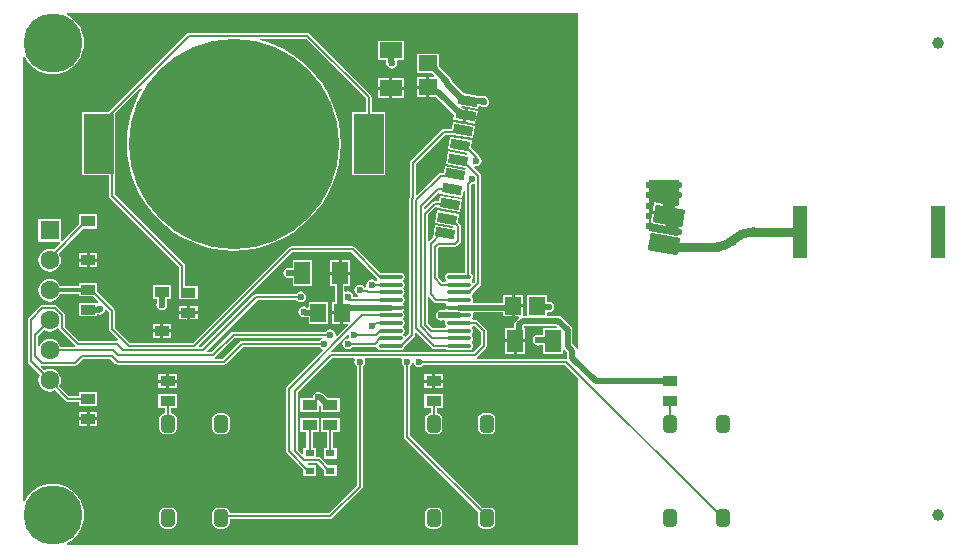
<source format=gtl>
G04*
G04 #@! TF.GenerationSoftware,Altium Limited,Altium Designer,19.0.15 (446)*
G04*
G04 Layer_Physical_Order=1*
G04 Layer_Color=255*
%FSLAX25Y25*%
%MOIN*%
G70*
G01*
G75*
%ADD13C,0.00787*%
G04:AMPARAMS|DCode=17|XSize=62.99mil|YSize=31.5mil|CornerRadius=0mil|HoleSize=0mil|Usage=FLASHONLY|Rotation=350.000|XOffset=0mil|YOffset=0mil|HoleType=Round|Shape=Rectangle|*
%AMROTATEDRECTD17*
4,1,4,-0.03375,-0.01004,-0.02828,0.02098,0.03375,0.01004,0.02828,-0.02098,-0.03375,-0.01004,0.0*
%
%ADD17ROTATEDRECTD17*%

G04:AMPARAMS|DCode=18|XSize=100mil|YSize=59.06mil|CornerRadius=0mil|HoleSize=0mil|Usage=FLASHONLY|Rotation=350.000|XOffset=0mil|YOffset=0mil|HoleType=Round|Shape=Rectangle|*
%AMROTATEDRECTD18*
4,1,4,-0.05437,-0.02040,-0.04411,0.03776,0.05437,0.02040,0.04411,-0.03776,-0.05437,-0.02040,0.0*
%
%ADD18ROTATEDRECTD18*%

%ADD19R,0.05118X0.03347*%
%ADD20R,0.05118X0.17717*%
%ADD21R,0.05315X0.07480*%
%ADD22R,0.05315X0.06102*%
%ADD23O,0.08268X0.01378*%
%ADD24R,0.07480X0.05315*%
%ADD25R,0.06102X0.05315*%
%ADD26R,0.09843X0.20079*%
%ADD27R,0.04803X0.03602*%
%ADD28R,0.03150X0.02362*%
G04:AMPARAMS|DCode=29|XSize=57mil|YSize=45mil|CornerRadius=11.25mil|HoleSize=0mil|Usage=FLASHONLY|Rotation=90.000|XOffset=0mil|YOffset=0mil|HoleType=Round|Shape=RoundedRectangle|*
%AMROUNDEDRECTD29*
21,1,0.05700,0.02250,0,0,90.0*
21,1,0.03450,0.04500,0,0,90.0*
1,1,0.02250,0.01125,0.01725*
1,1,0.02250,0.01125,-0.01725*
1,1,0.02250,-0.01125,-0.01725*
1,1,0.02250,-0.01125,0.01725*
%
%ADD29ROUNDEDRECTD29*%
%ADD49C,0.03937*%
%ADD50C,0.03150*%
%ADD51C,0.70079*%
%ADD52C,0.01968*%
%ADD53C,0.01181*%
%ADD54C,0.06299*%
%ADD55R,0.06299X0.06299*%
%ADD56C,0.03937*%
%ADD57C,0.19685*%
%ADD58C,0.02362*%
G36*
X175197Y55643D02*
X174734Y55480D01*
X174697Y55487D01*
X174364Y55985D01*
X174364Y55985D01*
X173241Y57108D01*
Y61793D01*
X173241Y61793D01*
X173119Y62407D01*
X172771Y62928D01*
X172771Y62928D01*
X169736Y65963D01*
X169215Y66311D01*
X168600Y66433D01*
X168600Y66433D01*
X164665D01*
Y67383D01*
X165052Y67701D01*
X165354Y67641D01*
X166046Y67778D01*
X166632Y68170D01*
X167023Y68756D01*
X167161Y69447D01*
X167023Y70138D01*
X166632Y70724D01*
X166046Y71116D01*
X165354Y71253D01*
X165052Y71193D01*
X164665Y71510D01*
Y73524D01*
X158169D01*
Y66433D01*
X156791D01*
Y69382D01*
X154043D01*
Y66240D01*
X155100D01*
X155307Y65740D01*
X154376Y64810D01*
X154028Y64289D01*
X153906Y63674D01*
X153906Y63674D01*
Y62402D01*
X150886D01*
Y58571D01*
X154134D01*
X157382D01*
Y62402D01*
X157117D01*
Y63009D01*
X157330Y63222D01*
X167935D01*
X168294Y62863D01*
X168102Y62402D01*
X163484D01*
Y59970D01*
X162638D01*
X162544Y60033D01*
X161852Y60170D01*
X161161Y60033D01*
X160575Y59641D01*
X160184Y59055D01*
X160046Y58364D01*
X160184Y57673D01*
X160575Y57087D01*
X161161Y56695D01*
X161852Y56558D01*
X162544Y56695D01*
X162638Y56758D01*
X163484D01*
Y53740D01*
X169980D01*
Y55185D01*
X170480Y55337D01*
X170500Y55308D01*
X171623Y54185D01*
Y52622D01*
X171352Y52296D01*
X171167Y52185D01*
X141582D01*
X141434Y52486D01*
X141407Y52685D01*
X144410Y55688D01*
X144628Y56014D01*
X144704Y56398D01*
Y61516D01*
X144628Y61900D01*
X144410Y62225D01*
X141851Y64784D01*
X141526Y65002D01*
X141142Y65078D01*
X140190D01*
X140039Y65243D01*
X139840Y65711D01*
X140123Y66135D01*
X140222Y66634D01*
X140132Y67087D01*
X140143Y67165D01*
X140420Y67587D01*
X150295D01*
Y66240D01*
X153043D01*
Y69882D01*
Y73524D01*
X150295D01*
Y70799D01*
X140420D01*
X140144Y71221D01*
X140132Y71299D01*
X140222Y71752D01*
X140123Y72251D01*
X139840Y72674D01*
X139755Y72731D01*
Y73332D01*
X139840Y73388D01*
X140123Y73812D01*
X140193Y74168D01*
X142639Y76613D01*
X142856Y76939D01*
X142933Y77323D01*
Y113102D01*
X142856Y113486D01*
X142639Y113811D01*
X140503Y115947D01*
X140750Y116408D01*
X141271Y116304D01*
X141962Y116441D01*
X142548Y116833D01*
X142940Y117419D01*
X143077Y118110D01*
X142940Y118801D01*
X142548Y119387D01*
X142222Y119605D01*
X142198Y119727D01*
X141981Y120053D01*
X139530Y122503D01*
X139957Y124923D01*
X132590Y126222D01*
X131838Y121957D01*
X138179Y120838D01*
X138294Y120646D01*
X137983Y120193D01*
X131722Y121297D01*
X130970Y117033D01*
X137564Y115870D01*
X137679Y115677D01*
X137368Y115225D01*
X130854Y116373D01*
X130432Y113985D01*
X129320D01*
X128936Y113908D01*
X128610Y113691D01*
X121544Y106625D01*
X121082Y106816D01*
Y117104D01*
X130728Y126750D01*
X133448D01*
X140073Y125582D01*
X140825Y129847D01*
X133458Y131146D01*
X133037Y128757D01*
X130312D01*
X129928Y128680D01*
X129603Y128463D01*
X119369Y118229D01*
X119152Y117904D01*
X119075Y117520D01*
Y106056D01*
X118955Y105876D01*
X118878Y105492D01*
Y60612D01*
X117753Y59487D01*
X117178Y59620D01*
X117005Y59879D01*
X116921Y59935D01*
Y60537D01*
X117005Y60593D01*
X117288Y61016D01*
X117387Y61516D01*
X117288Y62015D01*
X117005Y62438D01*
X116921Y62495D01*
Y63096D01*
X117005Y63152D01*
X117288Y63576D01*
X117387Y64075D01*
X117288Y64574D01*
X117005Y64997D01*
X116921Y65054D01*
Y65655D01*
X117005Y65711D01*
X117288Y66135D01*
X117387Y66634D01*
X117288Y67133D01*
X117005Y67556D01*
X116921Y67613D01*
Y68214D01*
X117005Y68270D01*
X117287Y68693D01*
X112638D01*
Y69693D01*
X117287D01*
X117005Y70115D01*
X116921Y70172D01*
Y70773D01*
X117005Y70829D01*
X117288Y71253D01*
X117387Y71752D01*
X117288Y72251D01*
X117005Y72674D01*
X116921Y72731D01*
Y73332D01*
X117005Y73388D01*
X117288Y73812D01*
X117387Y74311D01*
X117288Y74810D01*
X117005Y75234D01*
X116921Y75290D01*
Y75891D01*
X117005Y75948D01*
X117288Y76371D01*
X117387Y76870D01*
X117288Y77369D01*
X117005Y77793D01*
X116921Y77849D01*
Y78450D01*
X117005Y78507D01*
X117288Y78930D01*
X117387Y79429D01*
X117288Y79928D01*
X117005Y80352D01*
X116582Y80634D01*
X116083Y80734D01*
X109308D01*
X100749Y89292D01*
X100423Y89510D01*
X100039Y89586D01*
X79535D01*
X79151Y89510D01*
X78825Y89292D01*
X46875Y57342D01*
X25729D01*
X20689Y62382D01*
Y68209D01*
X20612Y68593D01*
X20395Y68918D01*
X14961Y74352D01*
Y77461D01*
X8661D01*
Y76283D01*
X2516D01*
X2283Y76847D01*
X1683Y77628D01*
X902Y78228D01*
X-8Y78605D01*
X-984Y78733D01*
X-1961Y78605D01*
X-2871Y78228D01*
X-3652Y77628D01*
X-4251Y76847D01*
X-4628Y75937D01*
X-4757Y74961D01*
X-4628Y73984D01*
X-4251Y73074D01*
X-3652Y72293D01*
X-2871Y71694D01*
X-1961Y71317D01*
X-984Y71188D01*
X-8Y71317D01*
X902Y71694D01*
X1683Y72293D01*
X2283Y73074D01*
X2614Y73874D01*
X8661D01*
Y72933D01*
X13541D01*
X15251Y71223D01*
X15036Y70732D01*
X15023Y70727D01*
X14961Y70768D01*
Y70768D01*
X8661D01*
Y66240D01*
X14961D01*
Y66898D01*
X15559D01*
X15559Y66898D01*
X15624Y66911D01*
X15748Y66887D01*
X16439Y67024D01*
X17025Y67416D01*
X17417Y68002D01*
X17475Y68293D01*
X18017Y68457D01*
X18681Y67793D01*
Y61967D01*
X18758Y61582D01*
X18975Y61257D01*
X21666Y58566D01*
X21547Y58234D01*
X21435Y58090D01*
X8782D01*
X4153Y62719D01*
Y66673D01*
X4077Y67057D01*
X3859Y67383D01*
X1438Y69804D01*
X1112Y70022D01*
X728Y70098D01*
X-3386D01*
X-3770Y70022D01*
X-4095Y69804D01*
X-7993Y65906D01*
X-8211Y65581D01*
X-8287Y65197D01*
Y51260D01*
X-8211Y50876D01*
X-7993Y50550D01*
X-4262Y46820D01*
X-4628Y45937D01*
X-4757Y44961D01*
X-4628Y43984D01*
X-4251Y43074D01*
X-3652Y42293D01*
X-2871Y41694D01*
X-1961Y41317D01*
X-984Y41188D01*
X-8Y41317D01*
X875Y41682D01*
X4487Y38070D01*
X4813Y37852D01*
X5197Y37776D01*
X8661D01*
Y36516D01*
X14961D01*
Y41043D01*
X8661D01*
Y39783D01*
X5613D01*
X2294Y43102D01*
X2660Y43984D01*
X2788Y44961D01*
X2660Y45937D01*
X2283Y46847D01*
X1683Y47628D01*
X902Y48228D01*
X-8Y48605D01*
X-984Y48733D01*
X-1961Y48605D01*
X-2843Y48239D01*
X-4001Y49397D01*
X-4000Y49400D01*
X-3755Y49858D01*
X-3583Y49823D01*
X7333D01*
X7717Y49900D01*
X8042Y50117D01*
X10071Y52146D01*
X19269D01*
X20944Y50472D01*
X21270Y50254D01*
X21654Y50178D01*
X57087D01*
X57471Y50254D01*
X57796Y50472D01*
X63408Y56083D01*
X89091D01*
X89274Y55809D01*
X89835Y55434D01*
X89897Y55373D01*
X90008Y54900D01*
X78031Y42923D01*
X77813Y42597D01*
X77737Y42213D01*
Y21358D01*
X77813Y20974D01*
X78031Y20649D01*
X83465Y15215D01*
Y13091D01*
X87795D01*
Y16634D01*
X85131D01*
X85008Y16799D01*
X85259Y17299D01*
X88270D01*
X90354Y15215D01*
Y13091D01*
X94685D01*
Y16634D01*
X91773D01*
X89396Y19012D01*
X89070Y19229D01*
X88686Y19306D01*
X87795D01*
Y22343D01*
X86633D01*
Y27854D01*
X88779D01*
Y32382D01*
X82480D01*
Y27854D01*
X84626D01*
Y22343D01*
X83465D01*
Y20655D01*
X83003Y20464D01*
X81712Y21754D01*
Y40923D01*
X93132Y52343D01*
X100432D01*
X100688Y51930D01*
X100688Y51843D01*
X100556Y51181D01*
X100693Y50490D01*
X101085Y49904D01*
X101359Y49721D01*
Y9874D01*
X92104Y619D01*
X58977D01*
Y741D01*
X58843Y1410D01*
X58464Y1978D01*
X57897Y2357D01*
X57227Y2490D01*
X54977D01*
X54308Y2357D01*
X53741Y1978D01*
X53361Y1410D01*
X53228Y741D01*
Y-2709D01*
X53361Y-3379D01*
X53741Y-3946D01*
X54308Y-4325D01*
X54977Y-4458D01*
X57227D01*
X57897Y-4325D01*
X58464Y-3946D01*
X58843Y-3379D01*
X58977Y-2709D01*
Y-1388D01*
X92520D01*
X92904Y-1311D01*
X93229Y-1094D01*
X103072Y8749D01*
X103289Y9074D01*
X103366Y9458D01*
Y49721D01*
X103639Y49904D01*
X104031Y50490D01*
X104169Y51181D01*
X104037Y51843D01*
X104036Y51930D01*
X104293Y52343D01*
X116180D01*
X116436Y51930D01*
X116436Y51843D01*
X116304Y51181D01*
X116441Y50490D01*
X116833Y49904D01*
X117107Y49721D01*
Y26191D01*
X117183Y25806D01*
X117401Y25481D01*
X141866Y1016D01*
X141811Y741D01*
Y-2709D01*
X141944Y-3379D01*
X142323Y-3946D01*
X142891Y-4325D01*
X143560Y-4458D01*
X145810D01*
X146479Y-4325D01*
X147047Y-3946D01*
X147426Y-3379D01*
X147559Y-2709D01*
Y741D01*
X147426Y1410D01*
X147047Y1978D01*
X146479Y2357D01*
X145810Y2490D01*
X143560D01*
X143285Y2435D01*
X119114Y26606D01*
Y49721D01*
X119387Y49904D01*
X119779Y50490D01*
X119824Y50715D01*
X120334D01*
X120378Y50490D01*
X120770Y49904D01*
X121356Y49512D01*
X122047Y49375D01*
X122739Y49512D01*
X123325Y49904D01*
X123507Y50178D01*
X170844D01*
X175197Y45825D01*
Y-9843D01*
X4783D01*
X4685Y-9352D01*
X4751Y-9325D01*
X6151Y-8467D01*
X7400Y-7400D01*
X8467Y-6151D01*
X9325Y-4751D01*
X9953Y-3234D01*
X10336Y-1637D01*
X10465Y0D01*
X10336Y1637D01*
X9953Y3234D01*
X9325Y4751D01*
X8467Y6151D01*
X7400Y7400D01*
X6151Y8467D01*
X4751Y9325D01*
X3234Y9953D01*
X1637Y10336D01*
X0Y10465D01*
X-1637Y10336D01*
X-3234Y9953D01*
X-4751Y9325D01*
X-6151Y8467D01*
X-7400Y7400D01*
X-8467Y6151D01*
X-9325Y4751D01*
X-9352Y4685D01*
X-9843Y4783D01*
Y152698D01*
X-9352Y152795D01*
X-9325Y152729D01*
X-8467Y151329D01*
X-7400Y150080D01*
X-6151Y149014D01*
X-4751Y148156D01*
X-3234Y147527D01*
X-1637Y147144D01*
X0Y147015D01*
X1637Y147144D01*
X3234Y147527D01*
X4751Y148156D01*
X6151Y149014D01*
X7400Y150080D01*
X8467Y151329D01*
X9325Y152729D01*
X9953Y154246D01*
X10336Y155843D01*
X10465Y157480D01*
X10336Y159117D01*
X9953Y160714D01*
X9325Y162232D01*
X8467Y163632D01*
X7400Y164880D01*
X6151Y165947D01*
X4751Y166805D01*
X4685Y166832D01*
X4783Y167323D01*
X175197D01*
Y55643D01*
D02*
G37*
G36*
X137520Y108224D02*
Y80734D01*
X132027D01*
X131528Y80634D01*
X131105Y80352D01*
X130822Y79928D01*
X130723Y79429D01*
X130822Y78930D01*
X131105Y78507D01*
X130905Y78039D01*
X130755Y77874D01*
X129826D01*
X128366Y79334D01*
Y89084D01*
X128830Y89548D01*
X134161D01*
X134545Y89624D01*
X134871Y89842D01*
X135757Y90728D01*
X135975Y91054D01*
X136051Y91438D01*
Y96289D01*
X135975Y96673D01*
X135757Y96999D01*
X135142Y97614D01*
X135616Y100302D01*
X128249Y101601D01*
X127497Y97336D01*
X133454Y96286D01*
X133569Y96094D01*
X133258Y95641D01*
X127381Y96677D01*
X126654Y92558D01*
X125519Y91423D01*
X125019Y91630D01*
Y99978D01*
X127625Y102584D01*
X127972Y102572D01*
X128365Y102260D01*
X128365Y102260D01*
X135732Y100961D01*
X136484Y105226D01*
X129117Y106525D01*
X128804Y104747D01*
X127365D01*
X126981Y104671D01*
X126656Y104453D01*
X124156Y101953D01*
X123700Y102135D01*
X123658Y102554D01*
X128522Y107418D01*
X128783Y107408D01*
X129233Y107184D01*
X129233Y107184D01*
X136600Y105886D01*
X137020Y108268D01*
X137520Y108224D01*
D02*
G37*
G36*
X208661Y103323D02*
X208278Y103001D01*
X206611Y103295D01*
X205996Y99806D01*
X205381Y96316D01*
X208661Y95738D01*
X208661Y93368D01*
X208278Y93047D01*
X198911Y94699D01*
X198911Y94699D01*
X198874Y95159D01*
X198874Y111779D01*
X208661D01*
X208661Y103323D01*
D02*
G37*
G36*
X107917Y79286D02*
X107988Y78930D01*
X108270Y78507D01*
X108093Y78091D01*
X107577Y78049D01*
X106991Y78440D01*
X106299Y78578D01*
X105608Y78440D01*
X105022Y78049D01*
X104630Y77463D01*
X104493Y76772D01*
X104586Y76303D01*
X104261Y75860D01*
X103885Y75870D01*
X103639Y76238D01*
X103053Y76630D01*
X102362Y76767D01*
X101671Y76630D01*
X101085Y76238D01*
X100693Y75652D01*
X100556Y74961D01*
X100693Y74269D01*
X101085Y73683D01*
X101671Y73292D01*
X101853Y73255D01*
X101804Y72755D01*
X100296D01*
X100232Y72835D01*
X100094Y73526D01*
X99703Y74112D01*
X99116Y74503D01*
X98425Y74641D01*
X97775Y74512D01*
X97655Y74524D01*
X97275Y74727D01*
Y76378D01*
X99114D01*
Y80209D01*
X95866D01*
X92618D01*
Y76378D01*
X94064D01*
Y71161D01*
X93209D01*
Y68020D01*
X96457D01*
Y67520D01*
X96957D01*
Y63878D01*
X98332D01*
X98524Y63416D01*
X94719Y59612D01*
X94259Y59858D01*
X94326Y60197D01*
X94188Y60888D01*
X93797Y61474D01*
X93211Y61866D01*
X92520Y62003D01*
X91828Y61866D01*
X91242Y61474D01*
X91059Y61200D01*
X60299D01*
X59915Y61124D01*
X59589Y60906D01*
X53033Y54350D01*
X51501D01*
X51310Y54812D01*
X68329Y71831D01*
X81217D01*
X81400Y71557D01*
X81986Y71166D01*
X82677Y71028D01*
X83368Y71166D01*
X83955Y71557D01*
X84346Y72143D01*
X84483Y72835D01*
X84346Y73526D01*
X83955Y74112D01*
X83368Y74503D01*
X82677Y74641D01*
X81986Y74503D01*
X81400Y74112D01*
X81217Y73838D01*
X67913D01*
X67529Y73762D01*
X67204Y73544D01*
X49624Y55964D01*
X48989D01*
X48797Y56426D01*
X79950Y87579D01*
X99624D01*
X107917Y79286D01*
D02*
G37*
G36*
X140926Y110274D02*
Y77738D01*
X140587Y77400D01*
X140013Y77533D01*
X139840Y77793D01*
X139755Y77849D01*
Y78450D01*
X139840Y78507D01*
X140123Y78930D01*
X140222Y79429D01*
X140123Y79928D01*
X139840Y80352D01*
X139527Y80560D01*
Y110123D01*
X139812Y110408D01*
X140426Y110530D01*
X140513Y110531D01*
X140926Y110274D01*
D02*
G37*
G36*
X127243Y71042D02*
X127569Y70825D01*
X127953Y70748D01*
X130755D01*
X130905Y70583D01*
X131105Y70115D01*
X130823Y69693D01*
X135472D01*
Y68693D01*
X130806D01*
X130801Y68662D01*
X130732Y68557D01*
X130294Y68303D01*
X129603Y68440D01*
X128911Y68303D01*
X128325Y67911D01*
X127934Y67325D01*
X127796Y66634D01*
X127934Y65943D01*
X128325Y65357D01*
X128911Y64965D01*
X129603Y64828D01*
X130294Y64965D01*
X130732Y64711D01*
X130801Y64606D01*
X130813Y64528D01*
X130723Y64075D01*
X130822Y63576D01*
X131105Y63152D01*
X130905Y62684D01*
X130755Y62519D01*
X126400D01*
X125019Y63900D01*
Y72559D01*
X125519Y72766D01*
X127243Y71042D01*
D02*
G37*
G36*
X1744Y62272D02*
X2182Y62122D01*
X2222Y61919D01*
X2440Y61594D01*
X7569Y56464D01*
X7486Y56125D01*
X7377Y55964D01*
X2648D01*
X2283Y56847D01*
X1683Y57628D01*
X902Y58228D01*
X-8Y58605D01*
X-984Y58733D01*
X-1961Y58605D01*
X-2871Y58228D01*
X-3652Y57628D01*
X-4251Y56847D01*
X-4402Y56483D01*
X-4902Y56582D01*
Y59624D01*
X-2843Y61682D01*
X-1961Y61317D01*
X-984Y61188D01*
X-8Y61317D01*
X902Y61694D01*
X1658Y62274D01*
X1713Y62277D01*
X1744Y62272D01*
D02*
G37*
G36*
X142697Y61100D02*
Y56813D01*
X140234Y54350D01*
X93003D01*
X92796Y54850D01*
X98110Y60164D01*
X98631Y59978D01*
X98725Y59506D01*
X98850Y59318D01*
X98549Y58868D01*
X98425Y58893D01*
X97734Y58755D01*
X97148Y58364D01*
X96756Y57778D01*
X96619Y57087D01*
X96756Y56395D01*
X97148Y55809D01*
X97734Y55418D01*
X98425Y55280D01*
X99116Y55418D01*
X99703Y55809D01*
X99885Y56083D01*
X107323D01*
X107707Y56160D01*
X108058Y55793D01*
X108270Y55475D01*
X108694Y55192D01*
X109193Y55093D01*
X116083D01*
X116582Y55192D01*
X117005Y55475D01*
X117288Y55898D01*
X117359Y56255D01*
X120591Y59487D01*
X120809Y59813D01*
X120885Y60197D01*
Y60645D01*
X121347Y60836D01*
X126495Y55688D01*
X126821Y55471D01*
X127205Y55394D01*
X131226D01*
X131528Y55192D01*
X132027Y55093D01*
X138917D01*
X139417Y55192D01*
X139840Y55475D01*
X140123Y55898D01*
X140222Y56398D01*
X140123Y56897D01*
X139840Y57320D01*
X139755Y57376D01*
Y57978D01*
X139840Y58034D01*
X140123Y58457D01*
X140222Y58957D01*
X140123Y59456D01*
X139840Y59879D01*
X139755Y59935D01*
Y60537D01*
X139840Y60593D01*
X140123Y61016D01*
X140222Y61516D01*
X140123Y62015D01*
X139840Y62438D01*
X140039Y62906D01*
X140190Y63071D01*
X140726D01*
X142697Y61100D01*
D02*
G37*
G36*
X89699Y59156D02*
X89767Y58693D01*
X89274Y58364D01*
X89091Y58090D01*
X62992D01*
X62608Y58014D01*
X62283Y57796D01*
X56671Y52185D01*
X54381D01*
X54233Y52486D01*
X54206Y52685D01*
X60714Y59193D01*
X89684D01*
X89699Y59156D01*
D02*
G37*
%LPC*%
G36*
X116969Y158169D02*
X108307D01*
Y151673D01*
X111032D01*
Y151091D01*
X111032Y151091D01*
X111154Y150476D01*
X111439Y150050D01*
X111469Y149899D01*
X111861Y149313D01*
X112446Y148922D01*
X113138Y148784D01*
X113829Y148922D01*
X114415Y149313D01*
X114807Y149899D01*
X114944Y150591D01*
X114828Y151173D01*
X115101Y151673D01*
X116969D01*
Y158169D01*
D02*
G37*
G36*
X124500Y145965D02*
X121358D01*
Y143217D01*
X124500D01*
Y145965D01*
D02*
G37*
G36*
X116969Y145571D02*
X113138D01*
Y142823D01*
X116969D01*
Y145571D01*
D02*
G37*
G36*
X112138D02*
X108307D01*
Y142823D01*
X112138D01*
Y145571D01*
D02*
G37*
G36*
X124500Y142217D02*
X121358D01*
Y139469D01*
X124500D01*
Y142217D01*
D02*
G37*
G36*
X116969Y141823D02*
X113138D01*
Y139075D01*
X116969D01*
Y141823D01*
D02*
G37*
G36*
X112138D02*
X108307D01*
Y139075D01*
X112138D01*
Y141823D01*
D02*
G37*
G36*
X128642Y153839D02*
X121358D01*
Y147343D01*
X126371D01*
X127287Y146426D01*
X127096Y145965D01*
X125500D01*
Y142717D01*
Y139469D01*
X126518D01*
X126673Y139438D01*
X127936D01*
X133873Y133500D01*
X133574Y131805D01*
X136766Y131242D01*
X137142Y133374D01*
X137517Y135507D01*
X136335Y135715D01*
X136215Y135908D01*
X136522Y136362D01*
X141809Y135430D01*
X141964Y136306D01*
X142166Y136399D01*
X142500Y136467D01*
X143009Y136126D01*
X143701Y135989D01*
X144392Y136126D01*
X144978Y136518D01*
X145370Y137104D01*
X145507Y137795D01*
X145370Y138487D01*
X145202Y138738D01*
X145184Y138826D01*
X144836Y139347D01*
X144315Y139695D01*
X143701Y139817D01*
X141866D01*
X137039Y140668D01*
X133166Y144542D01*
X133072Y145010D01*
X132724Y145531D01*
X128642Y149613D01*
Y153839D01*
D02*
G37*
G36*
X138502Y135333D02*
X138213Y133693D01*
X141404Y133131D01*
X141693Y134771D01*
X138502Y135333D01*
D02*
G37*
G36*
X138040Y132708D02*
X137750Y131068D01*
X140941Y130506D01*
X141230Y132146D01*
X138040Y132708D01*
D02*
G37*
G36*
X84901Y160885D02*
X45393D01*
X45009Y160809D01*
X44684Y160591D01*
X18581Y134488D01*
X9803D01*
Y113228D01*
X18839D01*
Y106486D01*
X18915Y106102D01*
X19133Y105777D01*
X42107Y82803D01*
Y75492D01*
X42126Y75395D01*
Y71949D01*
X48425D01*
Y76476D01*
X44114D01*
Y83218D01*
X44037Y83602D01*
X43820Y83928D01*
X20846Y106902D01*
Y119331D01*
X20827Y119428D01*
Y133896D01*
X29268Y142337D01*
X29665Y142027D01*
X28854Y140674D01*
X27358Y137510D01*
X26178Y134214D01*
X25328Y130818D01*
X24814Y127355D01*
X24642Y123858D01*
X24814Y120362D01*
X25328Y116899D01*
X26178Y113503D01*
X27358Y110207D01*
X28854Y107042D01*
X30654Y104040D01*
X32739Y101228D01*
X35090Y98634D01*
X37684Y96283D01*
X40496Y94197D01*
X43499Y92398D01*
X46663Y90901D01*
X49960Y89721D01*
X53355Y88871D01*
X56818Y88357D01*
X60315Y88185D01*
X63811Y88357D01*
X67274Y88871D01*
X70670Y89721D01*
X73966Y90901D01*
X77131Y92398D01*
X80134Y94197D01*
X82946Y96283D01*
X85540Y98634D01*
X87890Y101228D01*
X89976Y104040D01*
X91776Y107042D01*
X93272Y110207D01*
X94452Y113503D01*
X95302Y116899D01*
X95816Y120362D01*
X95988Y123858D01*
X95816Y127355D01*
X95302Y130818D01*
X94452Y134214D01*
X93272Y137510D01*
X91776Y140674D01*
X89976Y143677D01*
X87890Y146489D01*
X85540Y149083D01*
X82946Y151434D01*
X80134Y153519D01*
X77131Y155319D01*
X73966Y156816D01*
X70670Y157995D01*
X69140Y158378D01*
X69202Y158878D01*
X84486D01*
X104311Y139053D01*
Y134488D01*
X99803D01*
Y113228D01*
X110827D01*
Y134488D01*
X106318D01*
Y139468D01*
X106242Y139852D01*
X106025Y140178D01*
X85611Y160591D01*
X85285Y160809D01*
X84901Y160885D01*
D02*
G37*
G36*
X14803Y100285D02*
X8819D01*
Y96921D01*
X3256Y91358D01*
X2756Y91565D01*
Y98701D01*
X-4724D01*
Y91220D01*
X2411D01*
X2618Y90720D01*
X353Y88455D01*
X-8Y88604D01*
X-984Y88733D01*
X-1961Y88604D01*
X-2871Y88228D01*
X-3652Y87628D01*
X-4251Y86847D01*
X-4628Y85937D01*
X-4757Y84961D01*
X-4628Y83984D01*
X-4251Y83074D01*
X-3652Y82293D01*
X-2871Y81694D01*
X-1961Y81317D01*
X-984Y81188D01*
X-8Y81317D01*
X902Y81694D01*
X1683Y82293D01*
X2283Y83074D01*
X2660Y83984D01*
X2788Y84961D01*
X2660Y85937D01*
X2283Y86847D01*
X1979Y87243D01*
X10238Y95502D01*
X14803D01*
Y100285D01*
D02*
G37*
G36*
Y87392D02*
X12311D01*
Y85500D01*
X14803D01*
Y87392D01*
D02*
G37*
G36*
X11311D02*
X8819D01*
Y85500D01*
X11311D01*
Y87392D01*
D02*
G37*
G36*
X14803Y84500D02*
X12311D01*
Y82608D01*
X14803D01*
Y84500D01*
D02*
G37*
G36*
X11311D02*
X8819D01*
Y82608D01*
X11311D01*
Y84500D01*
D02*
G37*
G36*
X156791Y73524D02*
X154043D01*
Y70382D01*
X156791D01*
Y73524D01*
D02*
G37*
G36*
X39409Y76752D02*
X33425D01*
Y71969D01*
X34812D01*
Y70884D01*
X34749Y70789D01*
X34611Y70098D01*
X34749Y69407D01*
X35140Y68821D01*
X35726Y68429D01*
X36417Y68292D01*
X37109Y68429D01*
X37695Y68821D01*
X38086Y69407D01*
X38224Y70098D01*
X38086Y70789D01*
X38023Y70884D01*
Y71969D01*
X39409D01*
Y76752D01*
D02*
G37*
G36*
X48425Y69784D02*
X45776D01*
Y68020D01*
X48425D01*
Y69784D01*
D02*
G37*
G36*
X44776D02*
X42126D01*
Y68020D01*
X44776D01*
Y69784D01*
D02*
G37*
G36*
X48425Y67020D02*
X45776D01*
Y65256D01*
X48425D01*
Y67020D01*
D02*
G37*
G36*
X44776D02*
X42126D01*
Y65256D01*
X44431D01*
X44587Y65225D01*
X44742Y65256D01*
X44776D01*
Y67020D01*
D02*
G37*
G36*
X39409Y63858D02*
X36917D01*
Y61967D01*
X39409D01*
Y63858D01*
D02*
G37*
G36*
X35917D02*
X33425D01*
Y61967D01*
X35917D01*
Y63858D01*
D02*
G37*
G36*
X39409Y60966D02*
X36917D01*
Y59075D01*
X39409D01*
Y60966D01*
D02*
G37*
G36*
X35917D02*
X33425D01*
Y59075D01*
X35917D01*
Y60966D01*
D02*
G37*
G36*
X157382Y57571D02*
X154634D01*
Y53740D01*
X157382D01*
Y57571D01*
D02*
G37*
G36*
X153634D02*
X150886D01*
Y53740D01*
X153634D01*
Y57571D01*
D02*
G37*
G36*
X41535Y46949D02*
X38886D01*
Y45185D01*
X41535D01*
Y46949D01*
D02*
G37*
G36*
X130157D02*
X127508D01*
Y45185D01*
X130157D01*
Y46949D01*
D02*
G37*
G36*
X126508D02*
X123858D01*
Y45185D01*
X126508D01*
Y46949D01*
D02*
G37*
G36*
X37886D02*
X35236D01*
Y45185D01*
X37886D01*
Y46949D01*
D02*
G37*
G36*
X130157Y44185D02*
X127508D01*
Y42421D01*
X130157D01*
Y44185D01*
D02*
G37*
G36*
X126508D02*
X123858D01*
Y42421D01*
X126508D01*
Y44185D01*
D02*
G37*
G36*
X41535D02*
X38886D01*
Y42421D01*
X41535D01*
Y44185D01*
D02*
G37*
G36*
X37886D02*
X35236D01*
Y42421D01*
X37886D01*
Y44185D01*
D02*
G37*
G36*
X88583Y41176D02*
X87891Y41039D01*
X87305Y40647D01*
X86914Y40061D01*
X86776Y39370D01*
X86534Y39075D01*
X82480D01*
Y34547D01*
X88779D01*
Y36238D01*
X89280Y36505D01*
X89370Y36445D01*
Y34547D01*
X95669D01*
Y39075D01*
X91641D01*
X90285Y40430D01*
X89765Y40778D01*
X89622Y40807D01*
X89274Y41039D01*
X88583Y41176D01*
D02*
G37*
G36*
X14961Y34350D02*
X12311D01*
Y32587D01*
X14961D01*
Y34350D01*
D02*
G37*
G36*
X11311D02*
X8661D01*
Y32587D01*
X11311D01*
Y34350D01*
D02*
G37*
G36*
X14961Y31587D02*
X12311D01*
Y29823D01*
X14961D01*
Y31587D01*
D02*
G37*
G36*
X11311D02*
X8661D01*
Y29823D01*
X11311D01*
Y31587D01*
D02*
G37*
G36*
X145810Y34025D02*
X143560D01*
X142891Y33892D01*
X142323Y33513D01*
X141944Y32946D01*
X141811Y32276D01*
Y28826D01*
X141944Y28157D01*
X142323Y27589D01*
X142891Y27210D01*
X143560Y27077D01*
X145810D01*
X146479Y27210D01*
X147047Y27589D01*
X147426Y28157D01*
X147559Y28826D01*
Y32276D01*
X147426Y32946D01*
X147047Y33513D01*
X146479Y33892D01*
X145810Y34025D01*
D02*
G37*
G36*
X130157Y40256D02*
X123858D01*
Y35728D01*
X126004D01*
Y34025D01*
X125883D01*
X125214Y33892D01*
X124646Y33513D01*
X124267Y32946D01*
X124134Y32276D01*
Y28826D01*
X124267Y28157D01*
X124646Y27589D01*
X125214Y27210D01*
X125883Y27077D01*
X128133D01*
X128802Y27210D01*
X129370Y27589D01*
X129749Y28157D01*
X129882Y28826D01*
Y32276D01*
X129749Y32946D01*
X129370Y33513D01*
X128802Y33892D01*
X128133Y34025D01*
X128011D01*
Y35728D01*
X130157D01*
Y40256D01*
D02*
G37*
G36*
X57227Y34025D02*
X54977D01*
X54308Y33892D01*
X53741Y33513D01*
X53361Y32946D01*
X53228Y32276D01*
Y28826D01*
X53361Y28157D01*
X53741Y27589D01*
X54308Y27210D01*
X54977Y27077D01*
X57227D01*
X57897Y27210D01*
X58464Y27589D01*
X58843Y28157D01*
X58977Y28826D01*
Y32276D01*
X58843Y32946D01*
X58464Y33513D01*
X57897Y33892D01*
X57227Y34025D01*
D02*
G37*
G36*
X41535Y40256D02*
X35236D01*
Y35728D01*
X37422D01*
Y34025D01*
X37300D01*
X36631Y33892D01*
X36063Y33513D01*
X35684Y32946D01*
X35551Y32276D01*
Y28826D01*
X35684Y28157D01*
X36063Y27589D01*
X36631Y27210D01*
X37300Y27077D01*
X39550D01*
X40220Y27210D01*
X40787Y27589D01*
X41166Y28157D01*
X41299Y28826D01*
Y32276D01*
X41166Y32946D01*
X40787Y33513D01*
X40220Y33892D01*
X39550Y34025D01*
X39429D01*
Y35728D01*
X41535D01*
Y40256D01*
D02*
G37*
G36*
X95669Y32382D02*
X89370D01*
Y27854D01*
X91516D01*
Y22343D01*
X90354D01*
Y18799D01*
X94685D01*
Y22343D01*
X93523D01*
Y27854D01*
X95669D01*
Y32382D01*
D02*
G37*
G36*
X128133Y2490D02*
X125883D01*
X125214Y2357D01*
X124646Y1978D01*
X124267Y1410D01*
X124134Y741D01*
Y-2709D01*
X124267Y-3379D01*
X124646Y-3946D01*
X125214Y-4325D01*
X125883Y-4458D01*
X128133D01*
X128802Y-4325D01*
X129370Y-3946D01*
X129749Y-3379D01*
X129882Y-2709D01*
Y741D01*
X129749Y1410D01*
X129370Y1978D01*
X128802Y2357D01*
X128133Y2490D01*
D02*
G37*
G36*
X39550D02*
X37300D01*
X36631Y2357D01*
X36063Y1978D01*
X35684Y1410D01*
X35551Y741D01*
Y-2709D01*
X35684Y-3379D01*
X36063Y-3946D01*
X36631Y-4325D01*
X37300Y-4458D01*
X39550D01*
X40220Y-4325D01*
X40787Y-3946D01*
X41166Y-3379D01*
X41299Y-2709D01*
Y741D01*
X41166Y1410D01*
X40787Y1978D01*
X40220Y2357D01*
X39550Y2490D01*
D02*
G37*
G36*
X200613Y104353D02*
X200085Y101356D01*
X205098Y100472D01*
X205627Y103469D01*
X200613Y104353D01*
D02*
G37*
G36*
X199911Y100371D02*
X199383Y97374D01*
X204396Y96490D01*
X204925Y99487D01*
X199911Y100371D01*
D02*
G37*
G36*
X86516Y85039D02*
X80020D01*
Y82314D01*
X79526D01*
X79431Y82377D01*
X78740Y82515D01*
X78049Y82377D01*
X77463Y81986D01*
X77071Y81400D01*
X76934Y80709D01*
X77071Y80017D01*
X77463Y79431D01*
X78049Y79040D01*
X78740Y78902D01*
X79431Y79040D01*
X79526Y79103D01*
X80020D01*
Y76378D01*
X86516D01*
Y85039D01*
D02*
G37*
G36*
X99114D02*
X96366D01*
Y81209D01*
X99114D01*
Y85039D01*
D02*
G37*
G36*
X95366D02*
X92618D01*
Y81209D01*
X95366D01*
Y85039D01*
D02*
G37*
G36*
X91831Y71161D02*
X85335D01*
Y69332D01*
X84835Y69181D01*
X84436Y69447D01*
X83745Y69584D01*
X83054Y69447D01*
X82468Y69055D01*
X82076Y68469D01*
X81939Y67778D01*
X82076Y67087D01*
X82468Y66501D01*
X83054Y66109D01*
X83376Y66045D01*
X83389Y66036D01*
X84003Y65914D01*
X85335D01*
Y63878D01*
X91831D01*
Y71161D01*
D02*
G37*
G36*
X95957Y67020D02*
X93209D01*
Y63878D01*
X95957D01*
Y67020D01*
D02*
G37*
%LPD*%
D13*
X171260Y51181D02*
X221420Y1021D01*
X122047Y51181D02*
X171260D01*
X221420Y1021D02*
X221625D01*
X205748Y30551D02*
Y37992D01*
X-984Y84961D02*
Y85699D01*
X11211Y97894D01*
X11811D01*
X-984Y44961D02*
X5197Y38780D01*
X11811D01*
X11693Y75079D02*
X12815D01*
X79535Y88583D02*
X100039D01*
X109193Y79429D01*
X112638D01*
X47291Y56339D02*
X79535Y88583D01*
X25313Y56339D02*
X47291D01*
X50039Y54961D02*
X67913Y72835D01*
X21496Y57087D02*
X23622Y54961D01*
X67913Y72835D02*
X82677D01*
X23622Y54961D02*
X50039D01*
X19685Y61967D02*
X25313Y56339D01*
X19685Y61967D02*
Y68209D01*
X12815Y75079D02*
X19685Y68209D01*
X223425Y-984D02*
Y-780D01*
X221625Y1021D02*
X223425Y-780D01*
X105315Y123858D02*
Y139468D01*
X84901Y159882D02*
X105315Y139468D01*
X45393Y159882D02*
X84901D01*
X15315Y123858D02*
Y129803D01*
X45393Y159882D01*
X15315Y123858D02*
X19842Y119331D01*
Y106486D02*
Y119331D01*
Y106486D02*
X43110Y83218D01*
Y75492D02*
Y83218D01*
Y75492D02*
X44390Y74213D01*
X45276D01*
X38425Y30551D02*
Y37953D01*
X38386Y37992D02*
X38425Y37953D01*
X-7283Y51260D02*
Y65197D01*
Y51260D02*
X-984Y44961D01*
X-7283Y65197D02*
X-3386Y69095D01*
X728D01*
X3150Y66673D01*
Y62303D02*
Y66673D01*
Y62303D02*
X8366Y57087D01*
X21496D01*
X98887Y71752D02*
Y71947D01*
X98425Y72408D02*
X98887Y71947D01*
X98425Y72408D02*
Y72835D01*
X98887Y71752D02*
X112638D01*
X78740Y42213D02*
X103161Y66634D01*
X100394Y60197D02*
X107867D01*
X92716Y53347D02*
X136766D01*
X80709Y41339D02*
X92716Y53347D01*
X78740Y21358D02*
Y42213D01*
X107867Y60197D02*
X109186Y61516D01*
X112638D01*
X80709Y21339D02*
Y41339D01*
X103161Y66634D02*
X112638D01*
X98425Y57087D02*
X107323D01*
X136766Y53347D02*
X140650D01*
X107323Y57087D02*
X109193Y58957D01*
X60299Y60197D02*
X92520D01*
X53448Y53347D02*
X60299Y60197D01*
X-5906Y53150D02*
Y60039D01*
X-984Y64961D01*
X-5906Y53150D02*
X-3583Y50827D01*
X7333D01*
X9656Y53150D01*
X19685D01*
X21654Y51181D01*
X57087D01*
X62992Y57087D01*
X90551D01*
X109193Y58957D02*
X112638D01*
X20039Y54961D02*
X21654Y53347D01*
X-984Y54961D02*
X20039D01*
X21654Y53347D02*
X53448D01*
X106299Y62992D02*
X106725D01*
X107695Y63962D01*
X112525D01*
X112638Y64075D01*
X141142D02*
X143701Y61516D01*
X135472Y64075D02*
X141142D01*
X143701Y56398D02*
Y61516D01*
X140650Y53347D02*
X143701Y56398D01*
X80709Y21339D02*
X83745Y18302D01*
X88686D01*
X92126Y14862D01*
X92520D01*
X78740Y21358D02*
X85236Y14862D01*
X85630D01*
X92520Y-384D02*
X102362Y9458D01*
X56702Y-384D02*
X92520D01*
X102362Y9458D02*
Y51181D01*
X56102Y-984D02*
X56702Y-384D01*
X92520Y20571D02*
Y30118D01*
X85630Y20571D02*
Y30118D01*
X104665Y74659D02*
X104964Y74360D01*
X102664Y74659D02*
X104665D01*
X102362Y74961D02*
X102664Y74659D01*
X104964Y74360D02*
X112589D01*
X112638Y74311D01*
X118110Y26191D02*
X144685Y-384D01*
Y-984D02*
Y-384D01*
X118110Y26191D02*
Y51181D01*
X106299Y76772D02*
X106398Y76870D01*
X112638D01*
X127008Y30551D02*
Y37992D01*
X116083Y56398D02*
X119882Y60197D01*
X112638Y56398D02*
X116083D01*
X119882Y60197D02*
Y105492D01*
X120079Y105689D01*
Y117520D01*
X130312Y127753D01*
X136155D01*
X136766Y128364D01*
X135897Y123440D02*
X137175D01*
X139764Y111779D02*
Y112205D01*
X138524Y110538D02*
X139764Y111779D01*
X138524Y79702D02*
Y110538D01*
X138251Y79429D02*
X138524Y79702D01*
X135472Y79429D02*
X138251D01*
X135472Y74311D02*
X138917D01*
X141929Y77323D01*
Y113102D01*
X136515Y118516D02*
X141929Y113102D01*
X135029Y118516D02*
X136515D01*
X141271Y118110D02*
Y119343D01*
X137175Y123440D02*
X141271Y119343D01*
X121260Y62343D02*
X127205Y56398D01*
X135472D01*
X121260Y62343D02*
Y104921D01*
X129320Y112981D01*
X133551D01*
X134161Y113592D01*
X128352Y108667D02*
X133293D01*
X122638Y102953D02*
X128352Y108667D01*
X122638Y62914D02*
Y102953D01*
X126595Y58957D02*
X135472D01*
X122638Y62914D02*
X126595Y58957D01*
X125984Y61516D02*
X135472D01*
X124016Y63484D02*
X125984Y61516D01*
X124016Y63484D02*
Y100394D01*
X127365Y103743D01*
X132424D01*
X129411Y76870D02*
X135472D01*
X127362Y78918D02*
X129411Y76870D01*
X127362Y78918D02*
Y89499D01*
X128414Y90551D01*
X134161D01*
X135047Y91438D01*
Y96289D01*
X132517Y98819D02*
X135047Y96289D01*
X131556Y98819D02*
X132517D01*
X127953Y71752D02*
X135472D01*
X125984Y73721D02*
X127953Y71752D01*
X125984Y73721D02*
Y90469D01*
X129411Y93895D01*
X130688D01*
D17*
X138502Y138212D02*
D03*
X137634Y133288D02*
D03*
X136766Y128364D02*
D03*
X135897Y123440D02*
D03*
X135029Y118516D02*
D03*
X134161Y113592D02*
D03*
X133293Y108667D02*
D03*
X132424Y103743D02*
D03*
X131556Y98819D02*
D03*
X130688Y93895D02*
D03*
D18*
X203801Y90238D02*
D03*
X205504Y99892D02*
D03*
D19*
X11811Y38780D02*
D03*
Y32087D02*
D03*
Y75197D02*
D03*
Y68504D02*
D03*
X45276Y67520D02*
D03*
Y74213D02*
D03*
X92520Y36811D02*
D03*
Y30118D02*
D03*
X85630D02*
D03*
Y36811D02*
D03*
X38386Y37992D02*
D03*
Y44685D02*
D03*
X205748Y37992D02*
D03*
Y44685D02*
D03*
X127008Y44685D02*
D03*
Y37992D02*
D03*
D20*
X249213Y94488D02*
D03*
X295276D02*
D03*
D21*
X166732Y58071D02*
D03*
X154134D02*
D03*
X83268Y80709D02*
D03*
X95866D02*
D03*
D22*
X161417Y69882D02*
D03*
X153543D02*
D03*
X88583Y67520D02*
D03*
X96457D02*
D03*
D23*
X112638Y79429D02*
D03*
Y76870D02*
D03*
Y74311D02*
D03*
Y71752D02*
D03*
Y69193D02*
D03*
Y66634D02*
D03*
Y64075D02*
D03*
Y61516D02*
D03*
Y58957D02*
D03*
Y56398D02*
D03*
X135472Y79429D02*
D03*
Y76870D02*
D03*
Y74311D02*
D03*
Y71752D02*
D03*
Y69193D02*
D03*
Y66634D02*
D03*
Y64075D02*
D03*
Y61516D02*
D03*
Y58957D02*
D03*
Y56398D02*
D03*
D24*
X112638Y154921D02*
D03*
Y142323D02*
D03*
D25*
X125000Y150591D02*
D03*
Y142717D02*
D03*
D26*
X15315Y123858D02*
D03*
X105315D02*
D03*
D27*
X11811Y97894D02*
D03*
Y85000D02*
D03*
X36417Y61466D02*
D03*
Y74360D02*
D03*
D28*
X92520Y14862D02*
D03*
Y20571D02*
D03*
X85630Y14862D02*
D03*
Y20571D02*
D03*
D29*
X56102Y-984D02*
D03*
Y30551D02*
D03*
X38425Y-984D02*
D03*
Y30551D02*
D03*
X223425Y-984D02*
D03*
Y30551D02*
D03*
X205748Y-984D02*
D03*
Y30551D02*
D03*
X144685Y-984D02*
D03*
Y30551D02*
D03*
X127008Y-984D02*
D03*
Y30551D02*
D03*
D49*
X205504Y99444D02*
G03*
X206693Y96573I4060J0D01*
G01*
X205504Y102559D02*
G03*
X203740Y106816I-6021J0D01*
G01*
X205504Y99892D02*
Y102559D01*
Y99444D02*
Y99892D01*
X201772Y106816D02*
X203740D01*
D50*
X233571Y94488D02*
G03*
X226500Y91559I0J-10000D01*
G01*
X221698Y89499D02*
G03*
X226378Y91438I0J6618D01*
G01*
X233571Y94488D02*
X249213D01*
X226378Y91438D02*
X226500Y91559D01*
X204540Y89499D02*
X221698D01*
X203801Y90238D02*
X204540Y89499D01*
D51*
X60315Y123858D02*
D03*
D52*
X181002Y44685D02*
X205748D01*
X173228Y52458D02*
X181002Y44685D01*
X173228Y52458D02*
Y54850D01*
X171635Y56443D02*
X173228Y54850D01*
X171635Y56443D02*
Y61793D01*
X168600Y64828D02*
X171635Y61793D01*
X155512Y63674D02*
X156665Y64828D01*
X155512Y59449D02*
Y63674D01*
X154134Y58071D02*
X155512Y59449D01*
X156665Y64828D02*
X168600D01*
X161852Y58364D02*
X166439D01*
X166732Y58071D01*
X161852Y69447D02*
X165354D01*
X161417Y69882D02*
X161852Y69447D01*
X78740Y80709D02*
X83268D01*
X112638Y151091D02*
X113138Y150591D01*
X112638Y151091D02*
Y154921D01*
X95669Y80512D02*
X95866Y80709D01*
X95669Y68307D02*
Y80512D01*
Y68307D02*
X96457Y67520D01*
X129603Y66634D02*
X135472D01*
X59055Y124016D02*
X60315D01*
Y123858D02*
Y124016D01*
X137225Y138212D02*
X143701D01*
Y137795D02*
Y138212D01*
X131589Y143847D02*
X137225Y138212D01*
X125984Y149606D02*
X126378D01*
X131589Y144395D01*
Y143847D02*
Y144395D01*
X125000Y150591D02*
X125984Y149606D01*
X88583Y39263D02*
X88614Y39295D01*
X89150D01*
X91634Y36811D01*
X92520D01*
X83745Y67778D02*
X84003Y67520D01*
X88583D01*
X36417Y70098D02*
Y74360D01*
X15559Y68504D02*
X15748Y68693D01*
X11811Y68504D02*
X15559D01*
X125000Y142717D02*
X126673Y141043D01*
X128601D01*
X136356Y133288D01*
X137634D01*
X152854Y69193D02*
X153543Y69882D01*
X135472Y69193D02*
X152854D01*
X96457Y67520D02*
X98130Y69193D01*
X112638D01*
X44587Y66831D02*
X45276Y67520D01*
X36417Y61466D02*
X37018D01*
D53*
X-866Y75079D02*
X11693D01*
X-984Y74961D02*
X-866Y75079D01*
D54*
X-984Y54961D02*
D03*
Y64961D02*
D03*
X-984Y74961D02*
D03*
X-984Y84961D02*
D03*
X-984Y44961D02*
D03*
D55*
X-984Y94961D02*
D03*
D56*
X295276Y157480D02*
D03*
Y0D02*
D03*
D57*
X0Y157480D02*
D03*
Y0D02*
D03*
D58*
X208661Y94488D02*
D03*
X205011Y94961D02*
D03*
X201772Y95641D02*
D03*
X198819Y96457D02*
D03*
X198874Y99806D02*
D03*
X205011Y106816D02*
D03*
Y110123D02*
D03*
X201772Y106816D02*
D03*
X198874Y102953D02*
D03*
Y106816D02*
D03*
X208661D02*
D03*
Y110123D02*
D03*
X201772Y110236D02*
D03*
X198874Y110123D02*
D03*
X161852Y58364D02*
D03*
X165354Y69447D02*
D03*
X78740Y80709D02*
D03*
X113138Y150591D02*
D03*
X129603Y66634D02*
D03*
X59055Y124016D02*
D03*
X143701Y137795D02*
D03*
X88583Y39370D02*
D03*
X83745Y67778D02*
D03*
X36417Y70098D02*
D03*
X15748Y68693D02*
D03*
X82677Y72835D02*
D03*
X98425D02*
D03*
X100394Y60197D02*
D03*
X98425Y57087D02*
D03*
X92520Y60197D02*
D03*
X90551Y57087D02*
D03*
X106299Y62992D02*
D03*
X122047Y51181D02*
D03*
X102362D02*
D03*
Y74961D02*
D03*
X118110Y51181D02*
D03*
X106299Y76772D02*
D03*
X139764Y112205D02*
D03*
X141271Y118110D02*
D03*
M02*

</source>
